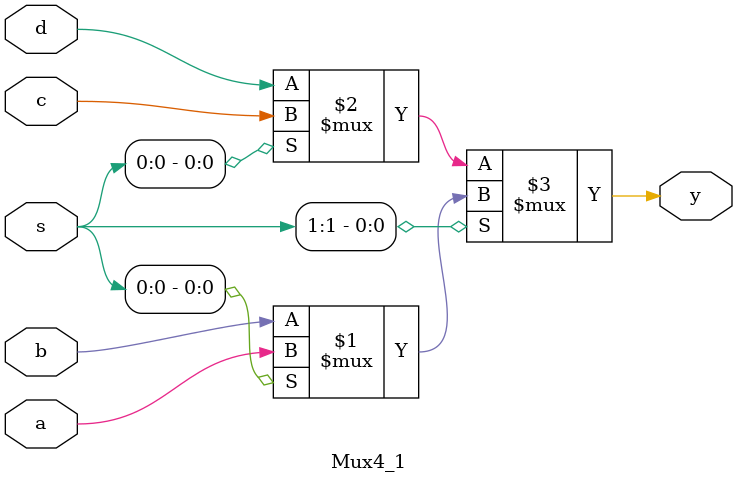
<source format=v>


module Mux4_1(
    input a,b,c,d,
    input [1:0] s,
    output y
    );
    

    /* assign y = (s==2'b11)? a:
                  (s==2'b10)? b:
		  (s==2'b01)? c: d; */

       assign y = s[1]? (s[0]? a: b): (s[0]? c: d);            

    
endmodule

</source>
